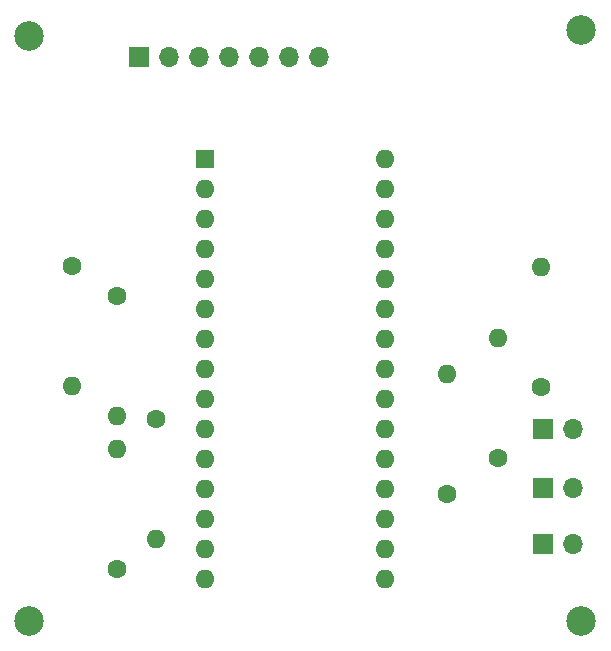
<source format=gts>
G04 #@! TF.GenerationSoftware,KiCad,Pcbnew,7.0.7*
G04 #@! TF.CreationDate,2024-03-11T23:12:30+01:00*
G04 #@! TF.ProjectId,RocketTX,526f636b-6574-4545-982e-6b696361645f,rev?*
G04 #@! TF.SameCoordinates,Original*
G04 #@! TF.FileFunction,Soldermask,Top*
G04 #@! TF.FilePolarity,Negative*
%FSLAX46Y46*%
G04 Gerber Fmt 4.6, Leading zero omitted, Abs format (unit mm)*
G04 Created by KiCad (PCBNEW 7.0.7) date 2024-03-11 23:12:30*
%MOMM*%
%LPD*%
G01*
G04 APERTURE LIST*
%ADD10C,1.600000*%
%ADD11O,1.600000X1.600000*%
%ADD12C,2.500000*%
%ADD13R,1.700000X1.700000*%
%ADD14O,1.700000X1.700000*%
%ADD15R,1.600000X1.600000*%
G04 APERTURE END LIST*
D10*
X121438000Y-97917000D03*
D11*
X121438000Y-108077000D03*
D10*
X150394000Y-101219000D03*
D11*
X150394000Y-91059000D03*
D10*
X114326000Y-84963000D03*
D11*
X114326000Y-95123000D03*
D12*
X157500000Y-115000000D03*
X110750000Y-115000000D03*
D11*
X118136000Y-97663000D03*
D10*
X118136000Y-87503000D03*
D13*
X120015000Y-67310000D03*
D14*
X122555000Y-67310000D03*
X125095000Y-67310000D03*
X127635000Y-67310000D03*
X130175000Y-67310000D03*
X132715000Y-67310000D03*
X135255000Y-67310000D03*
D13*
X154250000Y-108475000D03*
D14*
X156790000Y-108475000D03*
D13*
X154250000Y-103725000D03*
D14*
X156790000Y-103725000D03*
D12*
X110750000Y-65500000D03*
D10*
X146076000Y-104267000D03*
D11*
X146076000Y-94107000D03*
D15*
X125658000Y-75891000D03*
D11*
X125658000Y-78431000D03*
X125658000Y-80971000D03*
X125658000Y-83511000D03*
X125658000Y-86051000D03*
X125658000Y-88591000D03*
X125658000Y-91131000D03*
X125658000Y-93671000D03*
X125658000Y-96211000D03*
X125658000Y-98751000D03*
X125658000Y-101291000D03*
X125658000Y-103831000D03*
X125658000Y-106371000D03*
X125658000Y-108911000D03*
X125658000Y-111451000D03*
X140898000Y-111451000D03*
X140898000Y-108911000D03*
X140898000Y-106371000D03*
X140898000Y-103831000D03*
X140898000Y-101291000D03*
X140898000Y-98751000D03*
X140898000Y-96211000D03*
X140898000Y-93671000D03*
X140898000Y-91131000D03*
X140898000Y-88591000D03*
X140898000Y-86051000D03*
X140898000Y-83511000D03*
X140898000Y-80971000D03*
X140898000Y-78431000D03*
X140898000Y-75891000D03*
D10*
X154106000Y-95195000D03*
D11*
X154106000Y-85035000D03*
D13*
X154250000Y-98750000D03*
D14*
X156790000Y-98750000D03*
D12*
X157500000Y-65000000D03*
D10*
X118136000Y-110617000D03*
D11*
X118136000Y-100457000D03*
M02*

</source>
